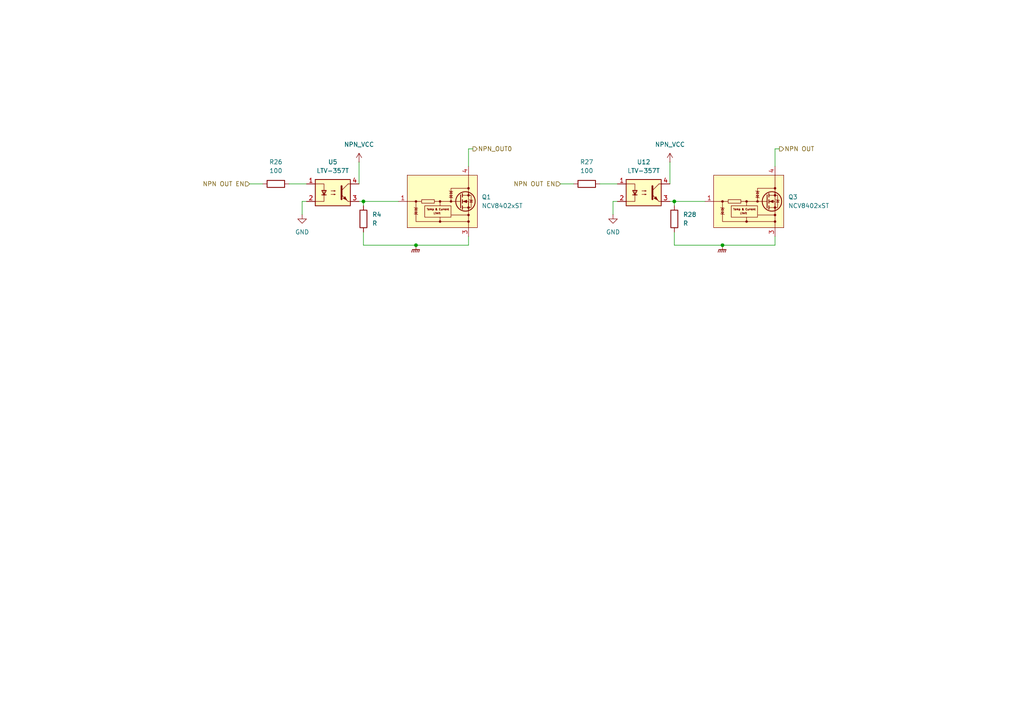
<source format=kicad_sch>
(kicad_sch
	(version 20250114)
	(generator "eeschema")
	(generator_version "9.0")
	(uuid "8acffcec-cd4b-4344-a0e9-fcbca649f966")
	(paper "A4")
	(lib_symbols
		(symbol "Device:R"
			(pin_numbers
				(hide yes)
			)
			(pin_names
				(offset 0)
			)
			(exclude_from_sim no)
			(in_bom yes)
			(on_board yes)
			(property "Reference" "R"
				(at 2.032 0 90)
				(effects
					(font
						(size 1.27 1.27)
					)
				)
			)
			(property "Value" "R"
				(at 0 0 90)
				(effects
					(font
						(size 1.27 1.27)
					)
				)
			)
			(property "Footprint" ""
				(at -1.778 0 90)
				(effects
					(font
						(size 1.27 1.27)
					)
					(hide yes)
				)
			)
			(property "Datasheet" "~"
				(at 0 0 0)
				(effects
					(font
						(size 1.27 1.27)
					)
					(hide yes)
				)
			)
			(property "Description" "Resistor"
				(at 0 0 0)
				(effects
					(font
						(size 1.27 1.27)
					)
					(hide yes)
				)
			)
			(property "ki_keywords" "R res resistor"
				(at 0 0 0)
				(effects
					(font
						(size 1.27 1.27)
					)
					(hide yes)
				)
			)
			(property "ki_fp_filters" "R_*"
				(at 0 0 0)
				(effects
					(font
						(size 1.27 1.27)
					)
					(hide yes)
				)
			)
			(symbol "R_0_1"
				(rectangle
					(start -1.016 -2.54)
					(end 1.016 2.54)
					(stroke
						(width 0.254)
						(type default)
					)
					(fill
						(type none)
					)
				)
			)
			(symbol "R_1_1"
				(pin passive line
					(at 0 3.81 270)
					(length 1.27)
					(name "~"
						(effects
							(font
								(size 1.27 1.27)
							)
						)
					)
					(number "1"
						(effects
							(font
								(size 1.27 1.27)
							)
						)
					)
				)
				(pin passive line
					(at 0 -3.81 90)
					(length 1.27)
					(name "~"
						(effects
							(font
								(size 1.27 1.27)
							)
						)
					)
					(number "2"
						(effects
							(font
								(size 1.27 1.27)
							)
						)
					)
				)
			)
			(embedded_fonts no)
		)
		(symbol "Driver_FET:NCV8402xST"
			(pin_names
				(offset 0)
				(hide yes)
			)
			(exclude_from_sim no)
			(in_bom yes)
			(on_board yes)
			(property "Reference" "Q"
				(at 5.08 8.89 0)
				(effects
					(font
						(size 1.27 1.27)
					)
					(justify right)
				)
			)
			(property "Value" "NCV8402xST"
				(at -11.43 8.89 0)
				(effects
					(font
						(size 1.27 1.27)
					)
					(justify left)
				)
			)
			(property "Footprint" "Package_TO_SOT_SMD:SOT-223"
				(at 0 -7.112 0)
				(effects
					(font
						(size 1.27 1.27)
					)
					(hide yes)
				)
			)
			(property "Datasheet" "https://www.onsemi.com/pub/Collateral/NCV8402-D.PDF"
				(at 7.62 0 0)
				(effects
					(font
						(size 1.27 1.27)
					)
					(hide yes)
				)
			)
			(property "Description" "Self-Protected Low Side Driver with Temperature and Current Limit, SOT−223"
				(at 0 0 0)
				(effects
					(font
						(size 1.27 1.27)
					)
					(hide yes)
				)
			)
			(property "ki_keywords" "MOSFET ESD Overcurrent"
				(at 0 0 0)
				(effects
					(font
						(size 1.27 1.27)
					)
					(hide yes)
				)
			)
			(property "ki_fp_filters" "SOT?223*"
				(at 0 0 0)
				(effects
					(font
						(size 1.27 1.27)
					)
					(hide yes)
				)
			)
			(symbol "NCV8402xST_0_0"
				(rectangle
					(start -10.16 7.62)
					(end 10.16 -7.62)
					(stroke
						(width 0)
						(type default)
					)
					(fill
						(type background)
					)
				)
				(rectangle
					(start -5.969 0.508)
					(end -2.286 -0.508)
					(stroke
						(width 0)
						(type default)
					)
					(fill
						(type none)
					)
				)
				(polyline
					(pts
						(xy -0.635 -1.27) (xy -0.635 -0.635) (xy -0.635 0)
					)
					(stroke
						(width 0)
						(type default)
					)
					(fill
						(type none)
					)
				)
				(polyline
					(pts
						(xy -0.635 -5.842) (xy -7.62 -5.842) (xy -7.62 0) (xy -6.096 0)
					)
					(stroke
						(width 0)
						(type default)
					)
					(fill
						(type none)
					)
				)
				(polyline
					(pts
						(xy 2.54 0) (xy -2.286 0) (xy -0.889 0)
					)
					(stroke
						(width 0)
						(type default)
					)
					(fill
						(type none)
					)
				)
				(polyline
					(pts
						(xy 2.54 0) (xy 2.54 3.81) (xy 7.62 3.81)
					)
					(stroke
						(width 0)
						(type default)
					)
					(fill
						(type none)
					)
				)
				(polyline
					(pts
						(xy 7.62 2.54) (xy 7.62 7.62)
					)
					(stroke
						(width 0)
						(type default)
					)
					(fill
						(type none)
					)
				)
				(polyline
					(pts
						(xy 7.62 2.54) (xy 7.62 -7.62)
					)
					(stroke
						(width 0)
						(type default)
					)
					(fill
						(type none)
					)
				)
				(polyline
					(pts
						(xy 7.62 -5.842) (xy -0.635 -5.842) (xy -0.635 -4.572)
					)
					(stroke
						(width 0)
						(type default)
					)
					(fill
						(type none)
					)
				)
				(text "Limit"
					(at -1.524 -3.429 0)
					(effects
						(font
							(size 0.5334 0.5334)
						)
					)
				)
				(text "Temp & Current"
					(at -1.27 -2.286 0)
					(effects
						(font
							(size 0.5334 0.5334)
						)
					)
				)
			)
			(symbol "NCV8402xST_0_1"
				(polyline
					(pts
						(xy -7.62 0) (xy -10.16 0)
					)
					(stroke
						(width 0)
						(type default)
					)
					(fill
						(type none)
					)
				)
				(rectangle
					(start -5.08 -1.27)
					(end 2.54 -4.572)
					(stroke
						(width 0)
						(type default)
					)
					(fill
						(type none)
					)
				)
				(polyline
					(pts
						(xy 7.62 -3.937) (xy 2.667 -3.937)
					)
					(stroke
						(width 0)
						(type default)
					)
					(fill
						(type none)
					)
				)
			)
			(symbol "NCV8402xST_1_1"
				(polyline
					(pts
						(xy -8.128 -1.778) (xy -8.001 -1.905) (xy -7.239 -1.905) (xy -7.112 -2.032)
					)
					(stroke
						(width 0)
						(type default)
					)
					(fill
						(type none)
					)
				)
				(circle
					(center -7.62 0)
					(radius 0.2794)
					(stroke
						(width 0)
						(type default)
					)
					(fill
						(type outline)
					)
				)
				(polyline
					(pts
						(xy -7.62 -1.905) (xy -8.001 -2.54) (xy -7.239 -2.54) (xy -7.62 -1.905)
					)
					(stroke
						(width 0)
						(type default)
					)
					(fill
						(type none)
					)
				)
				(polyline
					(pts
						(xy -7.62 -3.683) (xy -7.239 -3.048) (xy -8.001 -3.048) (xy -7.62 -3.683)
					)
					(stroke
						(width 0)
						(type default)
					)
					(fill
						(type none)
					)
				)
				(polyline
					(pts
						(xy -7.112 -3.81) (xy -7.239 -3.683) (xy -8.001 -3.683) (xy -8.128 -3.556)
					)
					(stroke
						(width 0)
						(type default)
					)
					(fill
						(type none)
					)
				)
				(circle
					(center -0.635 0)
					(radius 0.2794)
					(stroke
						(width 0)
						(type default)
					)
					(fill
						(type outline)
					)
				)
				(circle
					(center -0.635 -5.842)
					(radius 0.2794)
					(stroke
						(width 0)
						(type default)
					)
					(fill
						(type outline)
					)
				)
				(polyline
					(pts
						(xy 2.032 3.048) (xy 2.159 2.921) (xy 2.921 2.921) (xy 3.048 2.794)
					)
					(stroke
						(width 0)
						(type default)
					)
					(fill
						(type none)
					)
				)
				(polyline
					(pts
						(xy 2.54 2.921) (xy 2.159 2.286) (xy 2.921 2.286) (xy 2.54 2.921)
					)
					(stroke
						(width 0)
						(type default)
					)
					(fill
						(type none)
					)
				)
				(polyline
					(pts
						(xy 2.54 1.143) (xy 2.921 1.778) (xy 2.159 1.778) (xy 2.54 1.143)
					)
					(stroke
						(width 0)
						(type default)
					)
					(fill
						(type none)
					)
				)
				(polyline
					(pts
						(xy 2.54 0) (xy 5.334 0)
					)
					(stroke
						(width 0)
						(type default)
					)
					(fill
						(type none)
					)
				)
				(circle
					(center 2.54 0)
					(radius 0.2794)
					(stroke
						(width 0)
						(type default)
					)
					(fill
						(type outline)
					)
				)
				(polyline
					(pts
						(xy 3.048 1.016) (xy 2.921 1.143) (xy 2.159 1.143) (xy 2.032 1.27)
					)
					(stroke
						(width 0)
						(type default)
					)
					(fill
						(type none)
					)
				)
				(polyline
					(pts
						(xy 5.334 1.905) (xy 5.334 -1.905) (xy 5.334 -1.905)
					)
					(stroke
						(width 0.254)
						(type default)
					)
					(fill
						(type none)
					)
				)
				(polyline
					(pts
						(xy 5.842 2.286) (xy 5.842 1.27)
					)
					(stroke
						(width 0.254)
						(type default)
					)
					(fill
						(type none)
					)
				)
				(polyline
					(pts
						(xy 5.842 1.778) (xy 7.62 1.778)
					)
					(stroke
						(width 0)
						(type default)
					)
					(fill
						(type none)
					)
				)
				(polyline
					(pts
						(xy 5.842 0.508) (xy 5.842 -0.508)
					)
					(stroke
						(width 0.254)
						(type default)
					)
					(fill
						(type none)
					)
				)
				(polyline
					(pts
						(xy 5.842 0) (xy 7.62 0)
					)
					(stroke
						(width 0)
						(type default)
					)
					(fill
						(type none)
					)
				)
				(polyline
					(pts
						(xy 5.842 -1.27) (xy 5.842 -2.286)
					)
					(stroke
						(width 0.254)
						(type default)
					)
					(fill
						(type none)
					)
				)
				(polyline
					(pts
						(xy 5.842 -1.778) (xy 7.62 -1.778)
					)
					(stroke
						(width 0)
						(type default)
					)
					(fill
						(type none)
					)
				)
				(polyline
					(pts
						(xy 6.096 0) (xy 7.112 0.381) (xy 7.112 -0.381) (xy 6.096 0)
					)
					(stroke
						(width 0)
						(type default)
					)
					(fill
						(type outline)
					)
				)
				(circle
					(center 6.731 0)
					(radius 2.8194)
					(stroke
						(width 0.254)
						(type default)
					)
					(fill
						(type none)
					)
				)
				(circle
					(center 7.62 3.81)
					(radius 0.2794)
					(stroke
						(width 0)
						(type default)
					)
					(fill
						(type outline)
					)
				)
				(polyline
					(pts
						(xy 7.62 2.54) (xy 7.62 1.778)
					)
					(stroke
						(width 0)
						(type default)
					)
					(fill
						(type none)
					)
				)
				(circle
					(center 7.62 1.778)
					(radius 0.2794)
					(stroke
						(width 0)
						(type default)
					)
					(fill
						(type outline)
					)
				)
				(polyline
					(pts
						(xy 7.62 -1.778) (xy 7.62 0)
					)
					(stroke
						(width 0)
						(type default)
					)
					(fill
						(type none)
					)
				)
				(polyline
					(pts
						(xy 7.62 -1.778) (xy 7.62 -2.54)
					)
					(stroke
						(width 0)
						(type default)
					)
					(fill
						(type none)
					)
				)
				(polyline
					(pts
						(xy 7.62 -1.778) (xy 8.382 -1.778) (xy 8.382 1.778) (xy 7.62 1.778)
					)
					(stroke
						(width 0)
						(type default)
					)
					(fill
						(type none)
					)
				)
				(circle
					(center 7.62 -1.778)
					(radius 0.2794)
					(stroke
						(width 0)
						(type default)
					)
					(fill
						(type outline)
					)
				)
				(circle
					(center 7.62 -3.937)
					(radius 0.2794)
					(stroke
						(width 0)
						(type default)
					)
					(fill
						(type outline)
					)
				)
				(circle
					(center 7.62 -5.842)
					(radius 0.2794)
					(stroke
						(width 0)
						(type default)
					)
					(fill
						(type outline)
					)
				)
				(polyline
					(pts
						(xy 7.874 0.508) (xy 8.001 0.381) (xy 8.763 0.381) (xy 8.89 0.254)
					)
					(stroke
						(width 0)
						(type default)
					)
					(fill
						(type none)
					)
				)
				(polyline
					(pts
						(xy 8.382 0.381) (xy 8.001 -0.254) (xy 8.763 -0.254) (xy 8.382 0.381)
					)
					(stroke
						(width 0)
						(type default)
					)
					(fill
						(type none)
					)
				)
				(pin input line
					(at -12.7 0 0)
					(length 2.54)
					(name "G"
						(effects
							(font
								(size 1.27 1.27)
							)
						)
					)
					(number "1"
						(effects
							(font
								(size 1.27 1.27)
							)
						)
					)
				)
				(pin passive line
					(at 7.62 10.16 270)
					(length 2.54)
					(hide yes)
					(name "D"
						(effects
							(font
								(size 1.27 1.27)
							)
						)
					)
					(number "2"
						(effects
							(font
								(size 1.27 1.27)
							)
						)
					)
				)
				(pin passive line
					(at 7.62 10.16 270)
					(length 2.54)
					(name "D"
						(effects
							(font
								(size 1.27 1.27)
							)
						)
					)
					(number "4"
						(effects
							(font
								(size 1.27 1.27)
							)
						)
					)
				)
				(pin passive line
					(at 7.62 -10.16 90)
					(length 2.54)
					(name "S"
						(effects
							(font
								(size 1.27 1.27)
							)
						)
					)
					(number "3"
						(effects
							(font
								(size 1.27 1.27)
							)
						)
					)
				)
			)
			(embedded_fonts no)
		)
		(symbol "Isolator:LTV-357T"
			(pin_names
				(offset 1.016)
			)
			(exclude_from_sim no)
			(in_bom yes)
			(on_board yes)
			(property "Reference" "U"
				(at -5.334 4.826 0)
				(effects
					(font
						(size 1.27 1.27)
					)
					(justify left)
				)
			)
			(property "Value" "LTV-357T"
				(at 0 5.08 0)
				(effects
					(font
						(size 1.27 1.27)
					)
					(justify left)
				)
			)
			(property "Footprint" "Package_SO:SO-4_4.4x3.6mm_P2.54mm"
				(at -5.08 -5.08 0)
				(effects
					(font
						(size 1.27 1.27)
						(italic yes)
					)
					(justify left)
					(hide yes)
				)
			)
			(property "Datasheet" "https://www.buerklin.com/medias/sys_master/download/download/h91/ha0/8892020588574.pdf"
				(at 0 0 0)
				(effects
					(font
						(size 1.27 1.27)
					)
					(justify left)
					(hide yes)
				)
			)
			(property "Description" "DC Optocoupler, Vce 35V, CTR 50%, SO-4"
				(at 0 0 0)
				(effects
					(font
						(size 1.27 1.27)
					)
					(hide yes)
				)
			)
			(property "ki_keywords" "NPN DC Optocoupler"
				(at 0 0 0)
				(effects
					(font
						(size 1.27 1.27)
					)
					(hide yes)
				)
			)
			(property "ki_fp_filters" "SO*4.4x3.6mm*P2.54mm*"
				(at 0 0 0)
				(effects
					(font
						(size 1.27 1.27)
					)
					(hide yes)
				)
			)
			(symbol "LTV-357T_0_1"
				(rectangle
					(start -5.08 3.81)
					(end 5.08 -3.81)
					(stroke
						(width 0.254)
						(type default)
					)
					(fill
						(type background)
					)
				)
				(polyline
					(pts
						(xy -5.08 2.54) (xy -2.54 2.54) (xy -2.54 -0.762)
					)
					(stroke
						(width 0)
						(type default)
					)
					(fill
						(type none)
					)
				)
				(polyline
					(pts
						(xy -3.175 -0.635) (xy -1.905 -0.635)
					)
					(stroke
						(width 0.254)
						(type default)
					)
					(fill
						(type none)
					)
				)
				(polyline
					(pts
						(xy -2.54 -0.635) (xy -2.54 -2.54) (xy -5.08 -2.54)
					)
					(stroke
						(width 0)
						(type default)
					)
					(fill
						(type none)
					)
				)
				(polyline
					(pts
						(xy -2.54 -0.635) (xy -3.175 0.635) (xy -1.905 0.635) (xy -2.54 -0.635)
					)
					(stroke
						(width 0.254)
						(type default)
					)
					(fill
						(type none)
					)
				)
				(polyline
					(pts
						(xy -0.508 0.508) (xy 0.762 0.508) (xy 0.381 0.381) (xy 0.381 0.635) (xy 0.762 0.508)
					)
					(stroke
						(width 0)
						(type default)
					)
					(fill
						(type none)
					)
				)
				(polyline
					(pts
						(xy -0.508 -0.508) (xy 0.762 -0.508) (xy 0.381 -0.635) (xy 0.381 -0.381) (xy 0.762 -0.508)
					)
					(stroke
						(width 0)
						(type default)
					)
					(fill
						(type none)
					)
				)
				(polyline
					(pts
						(xy 2.54 1.905) (xy 2.54 -1.905) (xy 2.54 -1.905)
					)
					(stroke
						(width 0.508)
						(type default)
					)
					(fill
						(type none)
					)
				)
				(polyline
					(pts
						(xy 2.54 0.635) (xy 4.445 2.54)
					)
					(stroke
						(width 0)
						(type default)
					)
					(fill
						(type none)
					)
				)
				(polyline
					(pts
						(xy 3.048 -1.651) (xy 3.556 -1.143) (xy 4.064 -2.159) (xy 3.048 -1.651) (xy 3.048 -1.651)
					)
					(stroke
						(width 0)
						(type default)
					)
					(fill
						(type outline)
					)
				)
				(polyline
					(pts
						(xy 4.445 2.54) (xy 5.08 2.54)
					)
					(stroke
						(width 0)
						(type default)
					)
					(fill
						(type none)
					)
				)
				(polyline
					(pts
						(xy 4.445 -2.54) (xy 2.54 -0.635)
					)
					(stroke
						(width 0)
						(type default)
					)
					(fill
						(type outline)
					)
				)
				(polyline
					(pts
						(xy 4.445 -2.54) (xy 5.08 -2.54)
					)
					(stroke
						(width 0)
						(type default)
					)
					(fill
						(type none)
					)
				)
			)
			(symbol "LTV-357T_1_1"
				(pin passive line
					(at -7.62 2.54 0)
					(length 2.54)
					(name "~"
						(effects
							(font
								(size 1.27 1.27)
							)
						)
					)
					(number "1"
						(effects
							(font
								(size 1.27 1.27)
							)
						)
					)
				)
				(pin passive line
					(at -7.62 -2.54 0)
					(length 2.54)
					(name "~"
						(effects
							(font
								(size 1.27 1.27)
							)
						)
					)
					(number "2"
						(effects
							(font
								(size 1.27 1.27)
							)
						)
					)
				)
				(pin passive line
					(at 7.62 2.54 180)
					(length 2.54)
					(name "~"
						(effects
							(font
								(size 1.27 1.27)
							)
						)
					)
					(number "4"
						(effects
							(font
								(size 1.27 1.27)
							)
						)
					)
				)
				(pin passive line
					(at 7.62 -2.54 180)
					(length 2.54)
					(name "~"
						(effects
							(font
								(size 1.27 1.27)
							)
						)
					)
					(number "3"
						(effects
							(font
								(size 1.27 1.27)
							)
						)
					)
				)
			)
			(embedded_fonts no)
		)
		(symbol "power:GND"
			(power)
			(pin_numbers
				(hide yes)
			)
			(pin_names
				(offset 0)
				(hide yes)
			)
			(exclude_from_sim no)
			(in_bom yes)
			(on_board yes)
			(property "Reference" "#PWR"
				(at 0 -6.35 0)
				(effects
					(font
						(size 1.27 1.27)
					)
					(hide yes)
				)
			)
			(property "Value" "GND"
				(at 0 -3.81 0)
				(effects
					(font
						(size 1.27 1.27)
					)
				)
			)
			(property "Footprint" ""
				(at 0 0 0)
				(effects
					(font
						(size 1.27 1.27)
					)
					(hide yes)
				)
			)
			(property "Datasheet" ""
				(at 0 0 0)
				(effects
					(font
						(size 1.27 1.27)
					)
					(hide yes)
				)
			)
			(property "Description" "Power symbol creates a global label with name \"GND\" , ground"
				(at 0 0 0)
				(effects
					(font
						(size 1.27 1.27)
					)
					(hide yes)
				)
			)
			(property "ki_keywords" "global power"
				(at 0 0 0)
				(effects
					(font
						(size 1.27 1.27)
					)
					(hide yes)
				)
			)
			(symbol "GND_0_1"
				(polyline
					(pts
						(xy 0 0) (xy 0 -1.27) (xy 1.27 -1.27) (xy 0 -2.54) (xy -1.27 -1.27) (xy 0 -1.27)
					)
					(stroke
						(width 0)
						(type default)
					)
					(fill
						(type none)
					)
				)
			)
			(symbol "GND_1_1"
				(pin power_in line
					(at 0 0 270)
					(length 0)
					(name "~"
						(effects
							(font
								(size 1.27 1.27)
							)
						)
					)
					(number "1"
						(effects
							(font
								(size 1.27 1.27)
							)
						)
					)
				)
			)
			(embedded_fonts no)
		)
		(symbol "power:GNDPWR"
			(power)
			(pin_numbers
				(hide yes)
			)
			(pin_names
				(offset 0)
				(hide yes)
			)
			(exclude_from_sim no)
			(in_bom yes)
			(on_board yes)
			(property "Reference" "#PWR"
				(at 0 -5.08 0)
				(effects
					(font
						(size 1.27 1.27)
					)
					(hide yes)
				)
			)
			(property "Value" "GNDPWR"
				(at 0 -3.302 0)
				(effects
					(font
						(size 1.27 1.27)
					)
				)
			)
			(property "Footprint" ""
				(at 0 -1.27 0)
				(effects
					(font
						(size 1.27 1.27)
					)
					(hide yes)
				)
			)
			(property "Datasheet" ""
				(at 0 -1.27 0)
				(effects
					(font
						(size 1.27 1.27)
					)
					(hide yes)
				)
			)
			(property "Description" "Power symbol creates a global label with name \"GNDPWR\" , global ground"
				(at 0 0 0)
				(effects
					(font
						(size 1.27 1.27)
					)
					(hide yes)
				)
			)
			(property "ki_keywords" "global ground"
				(at 0 0 0)
				(effects
					(font
						(size 1.27 1.27)
					)
					(hide yes)
				)
			)
			(symbol "GNDPWR_0_1"
				(polyline
					(pts
						(xy -1.016 -1.27) (xy -1.27 -2.032) (xy -1.27 -2.032)
					)
					(stroke
						(width 0.2032)
						(type default)
					)
					(fill
						(type none)
					)
				)
				(polyline
					(pts
						(xy -0.508 -1.27) (xy -0.762 -2.032) (xy -0.762 -2.032)
					)
					(stroke
						(width 0.2032)
						(type default)
					)
					(fill
						(type none)
					)
				)
				(polyline
					(pts
						(xy 0 -1.27) (xy 0 0)
					)
					(stroke
						(width 0)
						(type default)
					)
					(fill
						(type none)
					)
				)
				(polyline
					(pts
						(xy 0 -1.27) (xy -0.254 -2.032) (xy -0.254 -2.032)
					)
					(stroke
						(width 0.2032)
						(type default)
					)
					(fill
						(type none)
					)
				)
				(polyline
					(pts
						(xy 0.508 -1.27) (xy 0.254 -2.032) (xy 0.254 -2.032)
					)
					(stroke
						(width 0.2032)
						(type default)
					)
					(fill
						(type none)
					)
				)
				(polyline
					(pts
						(xy 1.016 -1.27) (xy -1.016 -1.27) (xy -1.016 -1.27)
					)
					(stroke
						(width 0.2032)
						(type default)
					)
					(fill
						(type none)
					)
				)
				(polyline
					(pts
						(xy 1.016 -1.27) (xy 0.762 -2.032) (xy 0.762 -2.032) (xy 0.762 -2.032)
					)
					(stroke
						(width 0.2032)
						(type default)
					)
					(fill
						(type none)
					)
				)
			)
			(symbol "GNDPWR_1_1"
				(pin power_in line
					(at 0 0 270)
					(length 0)
					(name "~"
						(effects
							(font
								(size 1.27 1.27)
							)
						)
					)
					(number "1"
						(effects
							(font
								(size 1.27 1.27)
							)
						)
					)
				)
			)
			(embedded_fonts no)
		)
		(symbol "power:VCC"
			(power)
			(pin_numbers
				(hide yes)
			)
			(pin_names
				(offset 0)
				(hide yes)
			)
			(exclude_from_sim no)
			(in_bom yes)
			(on_board yes)
			(property "Reference" "#PWR"
				(at 0 -3.81 0)
				(effects
					(font
						(size 1.27 1.27)
					)
					(hide yes)
				)
			)
			(property "Value" "VCC"
				(at 0 3.556 0)
				(effects
					(font
						(size 1.27 1.27)
					)
				)
			)
			(property "Footprint" ""
				(at 0 0 0)
				(effects
					(font
						(size 1.27 1.27)
					)
					(hide yes)
				)
			)
			(property "Datasheet" ""
				(at 0 0 0)
				(effects
					(font
						(size 1.27 1.27)
					)
					(hide yes)
				)
			)
			(property "Description" "Power symbol creates a global label with name \"VCC\""
				(at 0 0 0)
				(effects
					(font
						(size 1.27 1.27)
					)
					(hide yes)
				)
			)
			(property "ki_keywords" "global power"
				(at 0 0 0)
				(effects
					(font
						(size 1.27 1.27)
					)
					(hide yes)
				)
			)
			(symbol "VCC_0_1"
				(polyline
					(pts
						(xy -0.762 1.27) (xy 0 2.54)
					)
					(stroke
						(width 0)
						(type default)
					)
					(fill
						(type none)
					)
				)
				(polyline
					(pts
						(xy 0 2.54) (xy 0.762 1.27)
					)
					(stroke
						(width 0)
						(type default)
					)
					(fill
						(type none)
					)
				)
				(polyline
					(pts
						(xy 0 0) (xy 0 2.54)
					)
					(stroke
						(width 0)
						(type default)
					)
					(fill
						(type none)
					)
				)
			)
			(symbol "VCC_1_1"
				(pin power_in line
					(at 0 0 90)
					(length 0)
					(name "~"
						(effects
							(font
								(size 1.27 1.27)
							)
						)
					)
					(number "1"
						(effects
							(font
								(size 1.27 1.27)
							)
						)
					)
				)
			)
			(embedded_fonts no)
		)
	)
	(junction
		(at 195.58 58.42)
		(diameter 0)
		(color 0 0 0 0)
		(uuid "06a93ca8-725a-401e-908d-991a907652df")
	)
	(junction
		(at 105.41 58.42)
		(diameter 0)
		(color 0 0 0 0)
		(uuid "443f4293-9b72-43f9-bcf1-2f6c24f415e8")
	)
	(junction
		(at 209.55 71.12)
		(diameter 0)
		(color 0 0 0 0)
		(uuid "79e1e575-da61-45f2-b3ae-8cd455532c12")
	)
	(junction
		(at 120.65 71.12)
		(diameter 0)
		(color 0 0 0 0)
		(uuid "dd3012f6-45ff-44a2-8951-d237029cb15b")
	)
	(wire
		(pts
			(xy 195.58 58.42) (xy 195.58 59.69)
		)
		(stroke
			(width 0)
			(type default)
		)
		(uuid "038dd901-edbd-47d7-bd47-5c8cd8408252")
	)
	(wire
		(pts
			(xy 224.79 71.12) (xy 224.79 68.58)
		)
		(stroke
			(width 0)
			(type default)
		)
		(uuid "0d6f3d9a-e3a9-4ae0-a8af-c612b9b3c856")
	)
	(wire
		(pts
			(xy 104.14 46.99) (xy 104.14 53.34)
		)
		(stroke
			(width 0)
			(type default)
		)
		(uuid "184a5cac-4e9b-44e4-806d-9f754ab69653")
	)
	(wire
		(pts
			(xy 195.58 71.12) (xy 209.55 71.12)
		)
		(stroke
			(width 0)
			(type default)
		)
		(uuid "1a232291-899a-405d-8b82-ae3889d1e154")
	)
	(wire
		(pts
			(xy 135.89 43.18) (xy 137.16 43.18)
		)
		(stroke
			(width 0)
			(type default)
		)
		(uuid "1f15c354-e78b-4bf0-a5b9-9eaa2572af58")
	)
	(wire
		(pts
			(xy 209.55 71.12) (xy 224.79 71.12)
		)
		(stroke
			(width 0)
			(type default)
		)
		(uuid "2c89591f-0c52-4149-9fdc-a249a8400c0b")
	)
	(wire
		(pts
			(xy 177.8 58.42) (xy 179.07 58.42)
		)
		(stroke
			(width 0)
			(type default)
		)
		(uuid "2dccfa87-198f-4da9-a5e2-9d0e2421dca4")
	)
	(wire
		(pts
			(xy 177.8 62.23) (xy 177.8 58.42)
		)
		(stroke
			(width 0)
			(type default)
		)
		(uuid "39b06e00-0d32-45e5-8c49-44459f80390d")
	)
	(wire
		(pts
			(xy 135.89 48.26) (xy 135.89 43.18)
		)
		(stroke
			(width 0)
			(type default)
		)
		(uuid "41a6aa56-b25e-4ab2-b760-e2ee79a652d2")
	)
	(wire
		(pts
			(xy 195.58 67.31) (xy 195.58 71.12)
		)
		(stroke
			(width 0)
			(type default)
		)
		(uuid "465e52e9-2c6f-408a-b5df-99f315ae649a")
	)
	(wire
		(pts
			(xy 105.41 58.42) (xy 105.41 59.69)
		)
		(stroke
			(width 0)
			(type default)
		)
		(uuid "4fa77893-dbb1-4496-b01c-87108fee0f8f")
	)
	(wire
		(pts
			(xy 87.63 58.42) (xy 88.9 58.42)
		)
		(stroke
			(width 0)
			(type default)
		)
		(uuid "59e1eb7c-f692-4d68-a523-e92de0790c9a")
	)
	(wire
		(pts
			(xy 105.41 58.42) (xy 115.57 58.42)
		)
		(stroke
			(width 0)
			(type default)
		)
		(uuid "5d85b548-4b70-4c65-8d93-c0594c34a496")
	)
	(wire
		(pts
			(xy 87.63 62.23) (xy 87.63 58.42)
		)
		(stroke
			(width 0)
			(type default)
		)
		(uuid "68a4a695-db21-434b-be9b-60de0db1b005")
	)
	(wire
		(pts
			(xy 105.41 71.12) (xy 120.65 71.12)
		)
		(stroke
			(width 0)
			(type default)
		)
		(uuid "696edaeb-7679-4234-8e77-83d377642970")
	)
	(wire
		(pts
			(xy 120.65 71.12) (xy 135.89 71.12)
		)
		(stroke
			(width 0)
			(type default)
		)
		(uuid "69cac072-038f-4932-a661-65c0fd2a9c5e")
	)
	(wire
		(pts
			(xy 194.31 58.42) (xy 195.58 58.42)
		)
		(stroke
			(width 0)
			(type default)
		)
		(uuid "6ca5acb3-cfa3-48a4-a1df-fff0a5289a41")
	)
	(wire
		(pts
			(xy 104.14 58.42) (xy 105.41 58.42)
		)
		(stroke
			(width 0)
			(type default)
		)
		(uuid "7577d07a-bd51-455e-80eb-99b76b9425bd")
	)
	(wire
		(pts
			(xy 224.79 43.18) (xy 226.06 43.18)
		)
		(stroke
			(width 0)
			(type default)
		)
		(uuid "7e5ae94e-a5dd-4a4d-9f9a-d56f1326283d")
	)
	(wire
		(pts
			(xy 135.89 71.12) (xy 135.89 68.58)
		)
		(stroke
			(width 0)
			(type default)
		)
		(uuid "84ff2fec-5acb-4001-9e79-9447304c5611")
	)
	(wire
		(pts
			(xy 162.56 53.34) (xy 166.37 53.34)
		)
		(stroke
			(width 0)
			(type default)
		)
		(uuid "8de166e3-7587-4f10-acb0-829f17f9cc98")
	)
	(wire
		(pts
			(xy 195.58 58.42) (xy 204.47 58.42)
		)
		(stroke
			(width 0)
			(type default)
		)
		(uuid "a84d9aa3-db0a-4f0c-960a-f9f98836709d")
	)
	(wire
		(pts
			(xy 224.79 43.18) (xy 224.79 48.26)
		)
		(stroke
			(width 0)
			(type default)
		)
		(uuid "be37e1ba-8dd9-4cb9-9d08-f7bd9001510c")
	)
	(wire
		(pts
			(xy 173.99 53.34) (xy 179.07 53.34)
		)
		(stroke
			(width 0)
			(type default)
		)
		(uuid "bee799c2-9fc3-4481-854f-cdf9a503af0b")
	)
	(wire
		(pts
			(xy 72.39 53.34) (xy 76.2 53.34)
		)
		(stroke
			(width 0)
			(type default)
		)
		(uuid "c97f7978-6317-4e45-91d4-92fff4c7e7e3")
	)
	(wire
		(pts
			(xy 105.41 67.31) (xy 105.41 71.12)
		)
		(stroke
			(width 0)
			(type default)
		)
		(uuid "cc6acf36-c535-4bf7-a0ba-d704e27f62d0")
	)
	(wire
		(pts
			(xy 83.82 53.34) (xy 88.9 53.34)
		)
		(stroke
			(width 0)
			(type default)
		)
		(uuid "d68a80e0-0210-4dd3-84e4-ee583001f115")
	)
	(wire
		(pts
			(xy 194.31 46.99) (xy 194.31 53.34)
		)
		(stroke
			(width 0)
			(type default)
		)
		(uuid "ebec3f76-5034-499e-b407-6bdd472c427f")
	)
	(hierarchical_label "NPN_OUT0"
		(shape output)
		(at 137.16 43.18 0)
		(effects
			(font
				(size 1.27 1.27)
			)
			(justify left)
		)
		(uuid "1eda2b46-ac73-4e71-9188-fc8616d69b85")
	)
	(hierarchical_label "NPN OUT"
		(shape output)
		(at 226.06 43.18 0)
		(effects
			(font
				(size 1.27 1.27)
			)
			(justify left)
		)
		(uuid "6b2e47c7-e3d3-4c5b-9def-43caeefac160")
	)
	(hierarchical_label "NPN OUT EN"
		(shape input)
		(at 162.56 53.34 180)
		(effects
			(font
				(size 1.27 1.27)
			)
			(justify right)
		)
		(uuid "6d7aa74f-4c3b-4da0-930c-7b976b400fbf")
	)
	(hierarchical_label "NPN OUT EN"
		(shape input)
		(at 72.39 53.34 180)
		(effects
			(font
				(size 1.27 1.27)
			)
			(justify right)
		)
		(uuid "8d919757-763f-4c4d-94fd-9f082a05c3e3")
	)
	(symbol
		(lib_id "Device:R")
		(at 195.58 63.5 0)
		(unit 1)
		(exclude_from_sim no)
		(in_bom yes)
		(on_board yes)
		(dnp no)
		(fields_autoplaced yes)
		(uuid "13185696-938f-49ea-b7c4-19b21eb08932")
		(property "Reference" "R28"
			(at 198.12 62.2299 0)
			(effects
				(font
					(size 1.27 1.27)
				)
				(justify left)
			)
		)
		(property "Value" "R"
			(at 198.12 64.7699 0)
			(effects
				(font
					(size 1.27 1.27)
				)
				(justify left)
			)
		)
		(property "Footprint" ""
			(at 193.802 63.5 90)
			(effects
				(font
					(size 1.27 1.27)
				)
				(hide yes)
			)
		)
		(property "Datasheet" "~"
			(at 195.58 63.5 0)
			(effects
				(font
					(size 1.27 1.27)
				)
				(hide yes)
			)
		)
		(property "Description" "Resistor"
			(at 195.58 63.5 0)
			(effects
				(font
					(size 1.27 1.27)
				)
				(hide yes)
			)
		)
		(pin "1"
			(uuid "8fa83917-51ff-4870-9696-196d8e537e1c")
		)
		(pin "2"
			(uuid "fbbe7f3e-b615-4c77-8f1c-21f0a0f959fd")
		)
		(instances
			(project "NIVARA"
				(path "/ff64f013-32cc-4b27-a03f-45a540688198/1d6a0d55-124c-4c27-8d03-8c1521f03c11/89b3153c-b2a9-4f67-8561-8036a6b43d61"
					(reference "R28")
					(unit 1)
				)
			)
		)
	)
	(symbol
		(lib_id "power:VCC")
		(at 104.14 46.99 0)
		(unit 1)
		(exclude_from_sim no)
		(in_bom yes)
		(on_board yes)
		(dnp no)
		(fields_autoplaced yes)
		(uuid "4d1a82ee-b54a-4f82-a1f8-d0c468e7c5dc")
		(property "Reference" "#PWR053"
			(at 104.14 50.8 0)
			(effects
				(font
					(size 1.27 1.27)
				)
				(hide yes)
			)
		)
		(property "Value" "NPN_VCC"
			(at 104.14 41.91 0)
			(effects
				(font
					(size 1.27 1.27)
				)
			)
		)
		(property "Footprint" ""
			(at 104.14 46.99 0)
			(effects
				(font
					(size 1.27 1.27)
				)
				(hide yes)
			)
		)
		(property "Datasheet" ""
			(at 104.14 46.99 0)
			(effects
				(font
					(size 1.27 1.27)
				)
				(hide yes)
			)
		)
		(property "Description" "Power symbol creates a global label with name \"VCC\""
			(at 104.14 46.99 0)
			(effects
				(font
					(size 1.27 1.27)
				)
				(hide yes)
			)
		)
		(pin "1"
			(uuid "b1d68ffc-c30a-4cf1-81a9-a07b005dfa21")
		)
		(instances
			(project "NIVARA"
				(path "/ff64f013-32cc-4b27-a03f-45a540688198/1d6a0d55-124c-4c27-8d03-8c1521f03c11/89b3153c-b2a9-4f67-8561-8036a6b43d61"
					(reference "#PWR053")
					(unit 1)
				)
			)
		)
	)
	(symbol
		(lib_id "Device:R")
		(at 80.01 53.34 90)
		(unit 1)
		(exclude_from_sim no)
		(in_bom yes)
		(on_board yes)
		(dnp no)
		(fields_autoplaced yes)
		(uuid "5673cb95-ba4a-4acd-a5d8-e2d3068ff1b6")
		(property "Reference" "R26"
			(at 80.01 46.99 90)
			(effects
				(font
					(size 1.27 1.27)
				)
			)
		)
		(property "Value" "100"
			(at 80.01 49.53 90)
			(effects
				(font
					(size 1.27 1.27)
				)
			)
		)
		(property "Footprint" ""
			(at 80.01 55.118 90)
			(effects
				(font
					(size 1.27 1.27)
				)
				(hide yes)
			)
		)
		(property "Datasheet" "~"
			(at 80.01 53.34 0)
			(effects
				(font
					(size 1.27 1.27)
				)
				(hide yes)
			)
		)
		(property "Description" "Resistor"
			(at 80.01 53.34 0)
			(effects
				(font
					(size 1.27 1.27)
				)
				(hide yes)
			)
		)
		(pin "1"
			(uuid "b4d4f451-be12-4810-a8ef-0e4b1b44f5c5")
		)
		(pin "2"
			(uuid "0e8c3d82-49ac-4497-9785-b3b51009b391")
		)
		(instances
			(project "NIVARA"
				(path "/ff64f013-32cc-4b27-a03f-45a540688198/1d6a0d55-124c-4c27-8d03-8c1521f03c11/89b3153c-b2a9-4f67-8561-8036a6b43d61"
					(reference "R26")
					(unit 1)
				)
			)
		)
	)
	(symbol
		(lib_id "Driver_FET:NCV8402xST")
		(at 128.27 58.42 0)
		(unit 1)
		(exclude_from_sim no)
		(in_bom yes)
		(on_board yes)
		(dnp no)
		(fields_autoplaced yes)
		(uuid "5c270442-6131-4d2f-9896-59680648bf1f")
		(property "Reference" "Q1"
			(at 139.7 57.1499 0)
			(effects
				(font
					(size 1.27 1.27)
				)
				(justify left)
			)
		)
		(property "Value" "NCV8402xST"
			(at 139.7 59.6899 0)
			(effects
				(font
					(size 1.27 1.27)
				)
				(justify left)
			)
		)
		(property "Footprint" "Package_TO_SOT_SMD:SOT-223"
			(at 128.27 65.532 0)
			(effects
				(font
					(size 1.27 1.27)
				)
				(hide yes)
			)
		)
		(property "Datasheet" "https://www.onsemi.com/pub/Collateral/NCV8402-D.PDF"
			(at 135.89 58.42 0)
			(effects
				(font
					(size 1.27 1.27)
				)
				(hide yes)
			)
		)
		(property "Description" "Self-Protected Low Side Driver with Temperature and Current Limit, SOT−223"
			(at 128.27 58.42 0)
			(effects
				(font
					(size 1.27 1.27)
				)
				(hide yes)
			)
		)
		(pin "2"
			(uuid "cb324382-1970-4628-9d75-3311f3d6e543")
		)
		(pin "4"
			(uuid "aa0b7261-5d0a-427e-b914-9dc4de11437a")
		)
		(pin "1"
			(uuid "c14265e3-63e2-43ae-b0b1-a39ad0c29384")
		)
		(pin "3"
			(uuid "5ff78891-a10b-486a-a206-8d5273749636")
		)
		(instances
			(project "NIVARA"
				(path "/ff64f013-32cc-4b27-a03f-45a540688198/1d6a0d55-124c-4c27-8d03-8c1521f03c11/89b3153c-b2a9-4f67-8561-8036a6b43d61"
					(reference "Q1")
					(unit 1)
				)
			)
		)
	)
	(symbol
		(lib_id "power:VCC")
		(at 194.31 46.99 0)
		(unit 1)
		(exclude_from_sim no)
		(in_bom yes)
		(on_board yes)
		(dnp no)
		(fields_autoplaced yes)
		(uuid "5d5359f1-f4dd-4b85-802f-14c2c9002ad2")
		(property "Reference" "#PWR027"
			(at 194.31 50.8 0)
			(effects
				(font
					(size 1.27 1.27)
				)
				(hide yes)
			)
		)
		(property "Value" "NPN_VCC"
			(at 194.31 41.91 0)
			(effects
				(font
					(size 1.27 1.27)
				)
			)
		)
		(property "Footprint" ""
			(at 194.31 46.99 0)
			(effects
				(font
					(size 1.27 1.27)
				)
				(hide yes)
			)
		)
		(property "Datasheet" ""
			(at 194.31 46.99 0)
			(effects
				(font
					(size 1.27 1.27)
				)
				(hide yes)
			)
		)
		(property "Description" "Power symbol creates a global label with name \"VCC\""
			(at 194.31 46.99 0)
			(effects
				(font
					(size 1.27 1.27)
				)
				(hide yes)
			)
		)
		(pin "1"
			(uuid "ae01aefc-f117-4671-a736-c5a787ab1cb4")
		)
		(instances
			(project "NIVARA"
				(path "/ff64f013-32cc-4b27-a03f-45a540688198/1d6a0d55-124c-4c27-8d03-8c1521f03c11/89b3153c-b2a9-4f67-8561-8036a6b43d61"
					(reference "#PWR027")
					(unit 1)
				)
			)
		)
	)
	(symbol
		(lib_id "Isolator:LTV-357T")
		(at 186.69 55.88 0)
		(unit 1)
		(exclude_from_sim no)
		(in_bom yes)
		(on_board yes)
		(dnp no)
		(fields_autoplaced yes)
		(uuid "86793059-50d2-476e-a7b7-c88d0525745a")
		(property "Reference" "U12"
			(at 186.69 46.99 0)
			(effects
				(font
					(size 1.27 1.27)
				)
			)
		)
		(property "Value" "LTV-357T"
			(at 186.69 49.53 0)
			(effects
				(font
					(size 1.27 1.27)
				)
			)
		)
		(property "Footprint" "Package_SO:SO-4_4.4x3.6mm_P2.54mm"
			(at 181.61 60.96 0)
			(effects
				(font
					(size 1.27 1.27)
					(italic yes)
				)
				(justify left)
				(hide yes)
			)
		)
		(property "Datasheet" "https://www.buerklin.com/medias/sys_master/download/download/h91/ha0/8892020588574.pdf"
			(at 186.69 55.88 0)
			(effects
				(font
					(size 1.27 1.27)
				)
				(justify left)
				(hide yes)
			)
		)
		(property "Description" "DC Optocoupler, Vce 35V, CTR 50%, SO-4"
			(at 186.69 55.88 0)
			(effects
				(font
					(size 1.27 1.27)
				)
				(hide yes)
			)
		)
		(pin "2"
			(uuid "4f6381ba-8a23-4370-b045-3bdc725993be")
		)
		(pin "1"
			(uuid "5bf0fcdf-c36b-453f-a2b6-42840ec67ed1")
		)
		(pin "4"
			(uuid "ba74a656-fbeb-4a47-833a-9f03a27d1595")
		)
		(pin "3"
			(uuid "22694373-1676-4ef6-900a-5b9ae4a5efd9")
		)
		(instances
			(project "NIVARA"
				(path "/ff64f013-32cc-4b27-a03f-45a540688198/1d6a0d55-124c-4c27-8d03-8c1521f03c11/89b3153c-b2a9-4f67-8561-8036a6b43d61"
					(reference "U12")
					(unit 1)
				)
			)
		)
	)
	(symbol
		(lib_id "Isolator:LTV-357T")
		(at 96.52 55.88 0)
		(unit 1)
		(exclude_from_sim no)
		(in_bom yes)
		(on_board yes)
		(dnp no)
		(fields_autoplaced yes)
		(uuid "8ceb5ffe-6785-42b0-9cb9-a2dcb86060fd")
		(property "Reference" "U5"
			(at 96.52 46.99 0)
			(effects
				(font
					(size 1.27 1.27)
				)
			)
		)
		(property "Value" "LTV-357T"
			(at 96.52 49.53 0)
			(effects
				(font
					(size 1.27 1.27)
				)
			)
		)
		(property "Footprint" "Package_SO:SO-4_4.4x3.6mm_P2.54mm"
			(at 91.44 60.96 0)
			(effects
				(font
					(size 1.27 1.27)
					(italic yes)
				)
				(justify left)
				(hide yes)
			)
		)
		(property "Datasheet" "https://www.buerklin.com/medias/sys_master/download/download/h91/ha0/8892020588574.pdf"
			(at 96.52 55.88 0)
			(effects
				(font
					(size 1.27 1.27)
				)
				(justify left)
				(hide yes)
			)
		)
		(property "Description" "DC Optocoupler, Vce 35V, CTR 50%, SO-4"
			(at 96.52 55.88 0)
			(effects
				(font
					(size 1.27 1.27)
				)
				(hide yes)
			)
		)
		(pin "2"
			(uuid "722992d7-612b-4ec2-a72b-80a3cf8512bb")
		)
		(pin "1"
			(uuid "30815b01-c5e8-4100-a735-678b3f7dc212")
		)
		(pin "4"
			(uuid "e28df9a4-065d-47d6-b6e4-747dd82283c9")
		)
		(pin "3"
			(uuid "4de12f0d-2574-4bed-bf07-969b0b833316")
		)
		(instances
			(project "NIVARA"
				(path "/ff64f013-32cc-4b27-a03f-45a540688198/1d6a0d55-124c-4c27-8d03-8c1521f03c11/89b3153c-b2a9-4f67-8561-8036a6b43d61"
					(reference "U5")
					(unit 1)
				)
			)
		)
	)
	(symbol
		(lib_id "power:GND")
		(at 87.63 62.23 0)
		(unit 1)
		(exclude_from_sim no)
		(in_bom yes)
		(on_board yes)
		(dnp no)
		(fields_autoplaced yes)
		(uuid "a25853f0-afba-42e2-9638-626dbf98678f")
		(property "Reference" "#PWR0104"
			(at 87.63 68.58 0)
			(effects
				(font
					(size 1.27 1.27)
				)
				(hide yes)
			)
		)
		(property "Value" "GND"
			(at 87.63 67.31 0)
			(effects
				(font
					(size 1.27 1.27)
				)
			)
		)
		(property "Footprint" ""
			(at 87.63 62.23 0)
			(effects
				(font
					(size 1.27 1.27)
				)
				(hide yes)
			)
		)
		(property "Datasheet" ""
			(at 87.63 62.23 0)
			(effects
				(font
					(size 1.27 1.27)
				)
				(hide yes)
			)
		)
		(property "Description" "Power symbol creates a global label with name \"GND\" , ground"
			(at 87.63 62.23 0)
			(effects
				(font
					(size 1.27 1.27)
				)
				(hide yes)
			)
		)
		(pin "1"
			(uuid "ffbdbfe4-354e-4e99-9368-334d5e18aec2")
		)
		(instances
			(project "NIVARA"
				(path "/ff64f013-32cc-4b27-a03f-45a540688198/1d6a0d55-124c-4c27-8d03-8c1521f03c11/89b3153c-b2a9-4f67-8561-8036a6b43d61"
					(reference "#PWR0104")
					(unit 1)
				)
			)
		)
	)
	(symbol
		(lib_id "Device:R")
		(at 105.41 63.5 0)
		(unit 1)
		(exclude_from_sim no)
		(in_bom yes)
		(on_board yes)
		(dnp no)
		(fields_autoplaced yes)
		(uuid "a3599f55-f3db-430b-aa57-fec94f8fafe0")
		(property "Reference" "R4"
			(at 107.95 62.2299 0)
			(effects
				(font
					(size 1.27 1.27)
				)
				(justify left)
			)
		)
		(property "Value" "R"
			(at 107.95 64.7699 0)
			(effects
				(font
					(size 1.27 1.27)
				)
				(justify left)
			)
		)
		(property "Footprint" ""
			(at 103.632 63.5 90)
			(effects
				(font
					(size 1.27 1.27)
				)
				(hide yes)
			)
		)
		(property "Datasheet" "~"
			(at 105.41 63.5 0)
			(effects
				(font
					(size 1.27 1.27)
				)
				(hide yes)
			)
		)
		(property "Description" "Resistor"
			(at 105.41 63.5 0)
			(effects
				(font
					(size 1.27 1.27)
				)
				(hide yes)
			)
		)
		(pin "1"
			(uuid "96dfe3ba-8713-47e3-b5c1-feb06bc08c66")
		)
		(pin "2"
			(uuid "9c1db00f-bdd6-40b1-b72f-c7430ff191cc")
		)
		(instances
			(project "NIVARA"
				(path "/ff64f013-32cc-4b27-a03f-45a540688198/1d6a0d55-124c-4c27-8d03-8c1521f03c11/89b3153c-b2a9-4f67-8561-8036a6b43d61"
					(reference "R4")
					(unit 1)
				)
			)
		)
	)
	(symbol
		(lib_id "Driver_FET:NCV8402xST")
		(at 217.17 58.42 0)
		(unit 1)
		(exclude_from_sim no)
		(in_bom yes)
		(on_board yes)
		(dnp no)
		(fields_autoplaced yes)
		(uuid "b8b8fe9c-305e-4276-bea5-6926f7e59711")
		(property "Reference" "Q3"
			(at 228.6 57.1499 0)
			(effects
				(font
					(size 1.27 1.27)
				)
				(justify left)
			)
		)
		(property "Value" "NCV8402xST"
			(at 228.6 59.6899 0)
			(effects
				(font
					(size 1.27 1.27)
				)
				(justify left)
			)
		)
		(property "Footprint" "Package_TO_SOT_SMD:SOT-223"
			(at 217.17 65.532 0)
			(effects
				(font
					(size 1.27 1.27)
				)
				(hide yes)
			)
		)
		(property "Datasheet" "https://www.onsemi.com/pub/Collateral/NCV8402-D.PDF"
			(at 224.79 58.42 0)
			(effects
				(font
					(size 1.27 1.27)
				)
				(hide yes)
			)
		)
		(property "Description" "Self-Protected Low Side Driver with Temperature and Current Limit, SOT−223"
			(at 217.17 58.42 0)
			(effects
				(font
					(size 1.27 1.27)
				)
				(hide yes)
			)
		)
		(pin "2"
			(uuid "86a34faf-1a91-4ffb-91de-ab4af3cf255a")
		)
		(pin "4"
			(uuid "a9b9873c-03ec-483a-9d6d-3dde0353edb5")
		)
		(pin "1"
			(uuid "f115b937-6382-4bed-ad4c-bc6230b01824")
		)
		(pin "3"
			(uuid "59b437ed-d037-4a8f-9aa9-31ae51a65a84")
		)
		(instances
			(project "NIVARA"
				(path "/ff64f013-32cc-4b27-a03f-45a540688198/1d6a0d55-124c-4c27-8d03-8c1521f03c11/89b3153c-b2a9-4f67-8561-8036a6b43d61"
					(reference "Q3")
					(unit 1)
				)
			)
		)
	)
	(symbol
		(lib_id "Device:R")
		(at 170.18 53.34 90)
		(unit 1)
		(exclude_from_sim no)
		(in_bom yes)
		(on_board yes)
		(dnp no)
		(fields_autoplaced yes)
		(uuid "bb86218f-e367-4a0a-897b-79a5dc603b6d")
		(property "Reference" "R27"
			(at 170.18 46.99 90)
			(effects
				(font
					(size 1.27 1.27)
				)
			)
		)
		(property "Value" "100"
			(at 170.18 49.53 90)
			(effects
				(font
					(size 1.27 1.27)
				)
			)
		)
		(property "Footprint" ""
			(at 170.18 55.118 90)
			(effects
				(font
					(size 1.27 1.27)
				)
				(hide yes)
			)
		)
		(property "Datasheet" "~"
			(at 170.18 53.34 0)
			(effects
				(font
					(size 1.27 1.27)
				)
				(hide yes)
			)
		)
		(property "Description" "Resistor"
			(at 170.18 53.34 0)
			(effects
				(font
					(size 1.27 1.27)
				)
				(hide yes)
			)
		)
		(pin "1"
			(uuid "4e22fa28-9700-4cf0-b2a9-31d3403e4562")
		)
		(pin "2"
			(uuid "aeec9ff2-ef0d-4529-a18c-d7edb03be524")
		)
		(instances
			(project "NIVARA"
				(path "/ff64f013-32cc-4b27-a03f-45a540688198/1d6a0d55-124c-4c27-8d03-8c1521f03c11/89b3153c-b2a9-4f67-8561-8036a6b43d61"
					(reference "R27")
					(unit 1)
				)
			)
		)
	)
	(symbol
		(lib_id "power:GNDPWR")
		(at 209.55 71.12 0)
		(unit 1)
		(exclude_from_sim no)
		(in_bom yes)
		(on_board yes)
		(dnp no)
		(fields_autoplaced yes)
		(uuid "bdf7a143-e886-4940-8bfc-eeffa3991715")
		(property "Reference" "#PWR054"
			(at 209.55 76.2 0)
			(effects
				(font
					(size 1.27 1.27)
				)
				(hide yes)
			)
		)
		(property "Value" "NPNOUT_GND"
			(at 209.423 74.93 0)
			(effects
				(font
					(size 1.27 1.27)
				)
				(hide yes)
			)
		)
		(property "Footprint" ""
			(at 209.55 72.39 0)
			(effects
				(font
					(size 1.27 1.27)
				)
				(hide yes)
			)
		)
		(property "Datasheet" ""
			(at 209.55 72.39 0)
			(effects
				(font
					(size 1.27 1.27)
				)
				(hide yes)
			)
		)
		(property "Description" "Power symbol creates a global label with name \"GNDPWR\" , global ground"
			(at 209.55 71.12 0)
			(effects
				(font
					(size 1.27 1.27)
				)
				(hide yes)
			)
		)
		(pin "1"
			(uuid "5a21ee83-97cc-461c-bd07-67708e3d48b2")
		)
		(instances
			(project "NIVARA"
				(path "/ff64f013-32cc-4b27-a03f-45a540688198/1d6a0d55-124c-4c27-8d03-8c1521f03c11/89b3153c-b2a9-4f67-8561-8036a6b43d61"
					(reference "#PWR054")
					(unit 1)
				)
			)
		)
	)
	(symbol
		(lib_id "power:GND")
		(at 177.8 62.23 0)
		(unit 1)
		(exclude_from_sim no)
		(in_bom yes)
		(on_board yes)
		(dnp no)
		(fields_autoplaced yes)
		(uuid "d0f0b25c-829c-485c-9832-6f48e59a7ad5")
		(property "Reference" "#PWR023"
			(at 177.8 68.58 0)
			(effects
				(font
					(size 1.27 1.27)
				)
				(hide yes)
			)
		)
		(property "Value" "GND"
			(at 177.8 67.31 0)
			(effects
				(font
					(size 1.27 1.27)
				)
			)
		)
		(property "Footprint" ""
			(at 177.8 62.23 0)
			(effects
				(font
					(size 1.27 1.27)
				)
				(hide yes)
			)
		)
		(property "Datasheet" ""
			(at 177.8 62.23 0)
			(effects
				(font
					(size 1.27 1.27)
				)
				(hide yes)
			)
		)
		(property "Description" "Power symbol creates a global label with name \"GND\" , ground"
			(at 177.8 62.23 0)
			(effects
				(font
					(size 1.27 1.27)
				)
				(hide yes)
			)
		)
		(pin "1"
			(uuid "95c4574a-cee9-41ef-b6a7-0251e24a641a")
		)
		(instances
			(project "NIVARA"
				(path "/ff64f013-32cc-4b27-a03f-45a540688198/1d6a0d55-124c-4c27-8d03-8c1521f03c11/89b3153c-b2a9-4f67-8561-8036a6b43d61"
					(reference "#PWR023")
					(unit 1)
				)
			)
		)
	)
	(symbol
		(lib_id "power:GNDPWR")
		(at 120.65 71.12 0)
		(unit 1)
		(exclude_from_sim no)
		(in_bom yes)
		(on_board yes)
		(dnp no)
		(fields_autoplaced yes)
		(uuid "e41c4ffb-8dff-489c-806f-129672034f07")
		(property "Reference" "#PWR024"
			(at 120.65 76.2 0)
			(effects
				(font
					(size 1.27 1.27)
				)
				(hide yes)
			)
		)
		(property "Value" "NPNOUT_GND"
			(at 120.523 74.93 0)
			(effects
				(font
					(size 1.27 1.27)
				)
				(hide yes)
			)
		)
		(property "Footprint" ""
			(at 120.65 72.39 0)
			(effects
				(font
					(size 1.27 1.27)
				)
				(hide yes)
			)
		)
		(property "Datasheet" ""
			(at 120.65 72.39 0)
			(effects
				(font
					(size 1.27 1.27)
				)
				(hide yes)
			)
		)
		(property "Description" "Power symbol creates a global label with name \"GNDPWR\" , global ground"
			(at 120.65 71.12 0)
			(effects
				(font
					(size 1.27 1.27)
				)
				(hide yes)
			)
		)
		(pin "1"
			(uuid "c83c3849-fa55-4c8d-ada9-8ed7b5e2668a")
		)
		(instances
			(project "NIVARA"
				(path "/ff64f013-32cc-4b27-a03f-45a540688198/1d6a0d55-124c-4c27-8d03-8c1521f03c11/89b3153c-b2a9-4f67-8561-8036a6b43d61"
					(reference "#PWR024")
					(unit 1)
				)
			)
		)
	)
)

</source>
